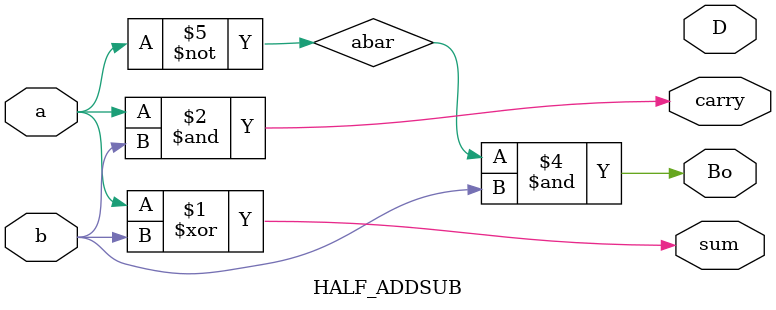
<source format=v>
module HALF_ADDSUB(a,b,sum,carry,D,Bo);
input a,b;
output sum,carry,D,Bo; 
xor(sum,a,b);
and(carry,a,b);
wire abar;
not(abar,a);
xor(d,a,b);
and(Bo,abar,b);
endmodule

</source>
